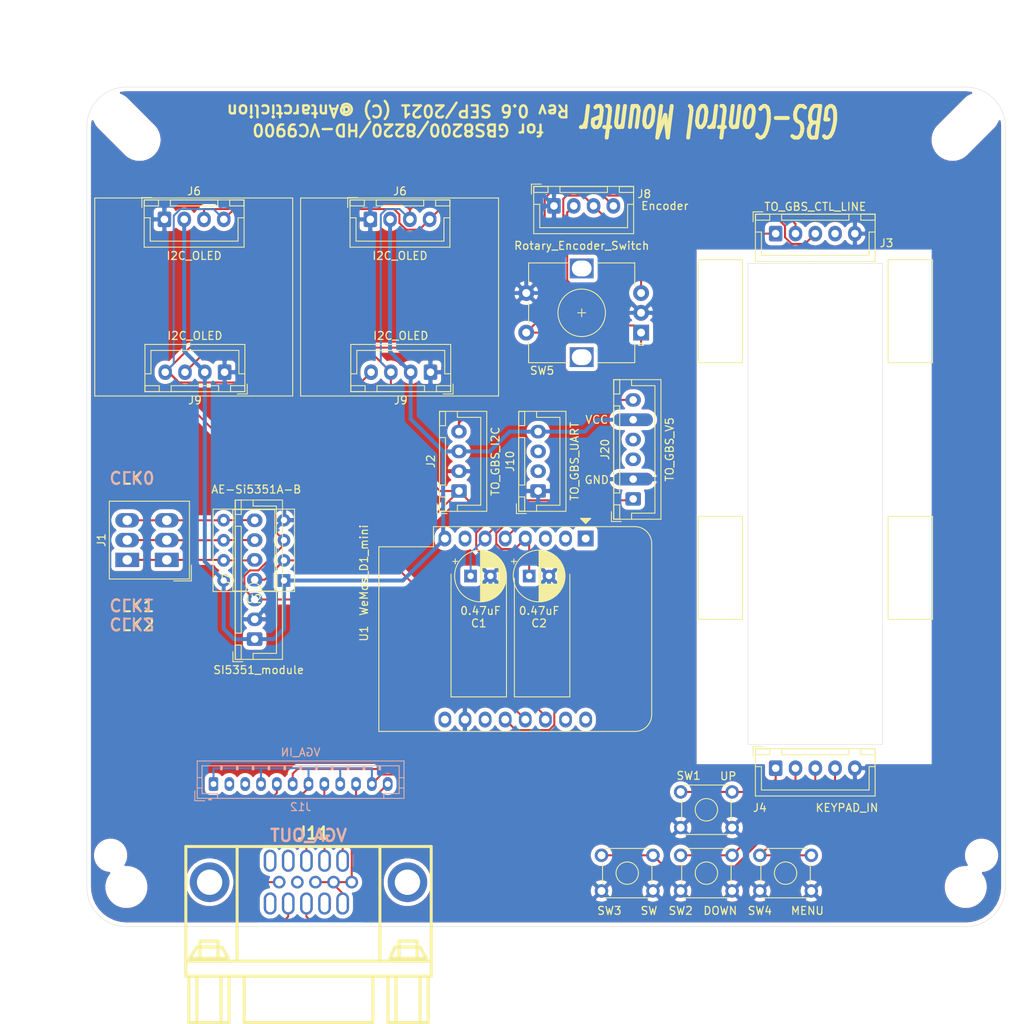
<source format=kicad_pcb>
(kicad_pcb (version 20171130) (host pcbnew "(5.1.6)-1")
  (layers (0 F.Cu signal) (31 B.Cu signal) (34 B.Paste user) (35 F.Paste user) (36 B.SilkS user) (37 F.SilkS user) (38 B.Mask user) (39 F.Mask user) (44 Edge.Cuts user))
  (net 0 "")
  (net 1 GND)
  (net 2 +3V3)
  (net 3 SCL)
  (net 4 SDA)
  (net 5 DEBUG)
  (net 6 CLK0)
  (net 7 CLK1)
  (net 8 CLK2)
  (net 9 ENC_SW)
  (net 10 ENC_A)
  (net 11 ENC_B)
  (net 12 "Net-(J3-Pad4)")
  (net 13 "Net-(J10-Pad3)")
  (net 14 "Net-(J10-Pad2)")
  (net 15 "Net-(U1-Pad16)")
  (net 16 "Net-(U1-Pad15)")
  (net 17 "Net-(U1-Pad11)")
  (net 18 "Net-(U1-Pad9)")
  (net 19 "Net-(U1-Pad7)")
  (net 20 "Net-(U1-Pad3)")
  (net 21 "Net-(U1-Pad1)")
  (net 22 "Net-(U1-Pad2)")
  (net 23 RIGHT)
  (net 24 LEFT)
  (net 25 DOWN)
  (net 26 UP)
  (net 27 VGA_B)
  (net 28 VGA_G)
  (net 29 VGA_R)
  (net 30 "Net-(J11-Pad4)")
  (net 31 "Net-(J11-Pad5)")
  (net 32 "Net-(J11-Pad9)")
  (net 33 VGA_GND)
  (net 34 "Net-(J11-Pad12)")
  (net 35 VGA_H)
  (net 36 VGA_V)
  (net 37 "Net-(J11-Pad15)")
  (net 38 "Net-(J12-Pad3)")
  (net 39 "Net-(J12-Pad2)")
  (module TerminalBlock_Phoenix:TerminalBlock_Phoenix_PTSM-0,5-3-2.5-H-THR_1x03_P2.50mm_Horizontal (layer F.Cu) (at 37.1 63.7 90)
    (fp_text reference J1 (at 2.5 -8.26 90) (layer F.SilkS))
    (fp_text value CLK_PAD)
    (pad 3 thru_hole oval (at 5 -5 90) (size 1.8 3) (drill 1.2) (layers *.Cu *.Mask) (net 6 CLK0))
    (pad 3 thru_hole oval (at 5 0 90) (size 1.8 3) (drill 1.2) (layers *.Cu *.Mask) (net 6 CLK0))
    (pad 2 thru_hole oval (at 2.5 -5 90) (size 1.8 3) (drill 1.2) (layers *.Cu *.Mask) (net 7 CLK1))
    (pad 2 thru_hole oval (at 2.5 0 90) (size 1.8 3) (drill 1.2) (layers *.Cu *.Mask) (net 7 CLK1))
    (pad 1 thru_hole rect (at 0 -5 90) (size 1.8 3) (drill 1.2) (layers *.Cu *.Mask) (net 8 CLK2))
    (pad 1 thru_hole rect (at 0 0 90) (size 1.8 3) (drill 1.2) (layers *.Cu *.Mask) (net 8 CLK2))
  )
  (module Connector_JST:JST_PH_B12B-PH-K_1x12_P2.00mm_Vertical (layer B.Cu) (at 43 92)
    (fp_text reference J12 (at 11 2.9) (layer B.SilkS) (effects (justify mirror)))
    (fp_text value VGA_IN (at 11 -4) (layer B.SilkS) (effects (justify mirror)))
    (pad 12 thru_hole oval (at 22 0) (size 1.2 1.75) (drill 0.75) (layers *.Cu *.Mask) (net 29 VGA_R))
    (pad 11 thru_hole oval (at 20 0) (size 1.2 1.75) (drill 0.75) (layers *.Cu *.Mask) (net 33 VGA_GND))
    (pad 10 thru_hole oval (at 18 0) (size 1.2 1.75) (drill 0.75) (layers *.Cu *.Mask) (net 28 VGA_G))
    (pad 9 thru_hole oval (at 16 0) (size 1.2 1.75) (drill 0.75) (layers *.Cu *.Mask) (net 33 VGA_GND))
    (pad 8 thru_hole oval (at 14 0) (size 1.2 1.75) (drill 0.75) (layers *.Cu *.Mask) (net 27 VGA_B))
    (pad 7 thru_hole oval (at 12 0) (size 1.2 1.75) (drill 0.75) (layers *.Cu *.Mask) (net 33 VGA_GND))
    (pad 6 thru_hole oval (at 10 0) (size 1.2 1.75) (drill 0.75) (layers *.Cu *.Mask) (net 35 VGA_H))
    (pad 5 thru_hole oval (at 8 0) (size 1.2 1.75) (drill 0.75) (layers *.Cu *.Mask) (net 36 VGA_V))
    (pad 4 thru_hole oval (at 6 0) (size 1.2 1.75) (drill 0.75) (layers *.Cu *.Mask) (net 33 VGA_GND))
    (pad 3 thru_hole oval (at 4 0) (size 1.2 1.75) (drill 0.75) (layers *.Cu *.Mask) (net 38 "Net-(J12-Pad3)"))
    (pad 2 thru_hole oval (at 2 0) (size 1.2 1.75) (drill 0.75) (layers *.Cu *.Mask) (net 39 "Net-(J12-Pad2)"))
    (pad 1 thru_hole roundrect (at 0 0) (size 1.2 1.75) (drill 0.75) (layers *.Cu *.Mask) (roundrect_rratio 0.208333) (net 33 VGA_GND))
  )
  (module ryuk_lib:DB_15F-VGA_L (layer F.Cu) (at 55 115)
    (fp_text reference J11 (at 0.6 -16.8) (layer F.SilkS) (effects (font (size 1.524 1.524) (thickness 0.3048))))
    (fp_text value VGA_OUT (at 0 -16.51) (layer B.SilkS) (effects (font (size 1.524 1.524) (thickness 0.3048)) (justify mirror)))
    (pad "" thru_hole circle (at 12.49426 -10.6) (size 5.00126 5.00126) (drill 3.2004) (layers *.Cu *.Mask))
    (pad 3 thru_hole oval (at -0.2667 -13.312) (size 1.6 2.8) (drill oval 1 2.2) (layers *.Cu *.Mask) (net 27 VGA_B))
    (pad 2 thru_hole oval (at 2.0193 -13.312) (size 1.6 2.8) (drill oval 1 2.2) (layers *.Cu *.Mask) (net 28 VGA_G))
    (pad 1 thru_hole oval (at 4.31038 -13.312) (size 1.6 2.8) (drill oval 1 2.2) (layers *.Cu *.Mask) (net 29 VGA_R))
    (pad 4 thru_hole oval (at -2.56032 -13.312) (size 1.6 2.8) (drill oval 1 2.2) (layers *.Cu *.Mask) (net 30 "Net-(J11-Pad4)"))
    (pad 5 thru_hole oval (at -4.84886 -13.312) (size 1.6 2.8) (drill oval 1 2.2) (layers *.Cu *.Mask) (net 31 "Net-(J11-Pad5)"))
    (pad 9 thru_hole circle (at -1.41478 -10.612) (size 1.6 1.6) (drill 1) (layers *.Cu *.Mask) (net 32 "Net-(J11-Pad9)"))
    (pad 8 thru_hole circle (at 0.87376 -10.612) (size 1.6 1.6) (drill 1) (layers *.Cu *.Mask) (net 33 VGA_GND))
    (pad 7 thru_hole circle (at 3.16484 -10.612) (size 1.6 1.6) (drill 1) (layers *.Cu *.Mask) (net 33 VGA_GND))
    (pad 6 thru_hole circle (at 5.45592 -10.612) (size 1.6 1.6) (drill 1) (layers *.Cu *.Mask) (net 33 VGA_GND))
    (pad "" thru_hole circle (at -12.49426 -10.6) (size 5.00126 5.00126) (drill 3.2004) (layers *.Cu *.Mask))
    (pad 10 thru_hole circle (at -3.70586 -10.612) (size 1.6 1.6) (drill 1) (layers *.Cu *.Mask) (net 33 VGA_GND))
    (pad 11 thru_hole oval (at 4.31038 -7.912) (size 1.6 2.8) (drill oval 1 2.2) (layers *.Cu *.Mask) (net 33 VGA_GND))
    (pad 12 thru_hole oval (at 2.0193 -7.912) (size 1.6 2.8) (drill oval 1 2.2) (layers *.Cu *.Mask) (net 34 "Net-(J11-Pad12)"))
    (pad 13 thru_hole oval (at -0.26924 -7.912) (size 1.6 2.8) (drill oval 1 2.2) (layers *.Cu *.Mask) (net 35 VGA_H))
    (pad 14 thru_hole oval (at -2.56032 -7.912) (size 1.6 2.8) (drill oval 1 2.2) (layers *.Cu *.Mask) (net 36 VGA_V))
    (pad 15 thru_hole oval (at -4.84886 -7.912) (size 1.6 2.8) (drill oval 1 2.2) (layers *.Cu *.Mask) (net 37 "Net-(J11-Pad15)"))
  )
  (module Button_Switch_THT:SW_TH_Tactile_Omron_B3F-10xx (layer F.Cu) (at 112 101)
    (fp_text reference SW4 (at 0 7) (layer F.SilkS))
    (fp_text value MENU (at 6 7) (layer F.SilkS))
    (pad 1 thru_hole circle (at 0 0) (size 1.7 1.7) (drill 1) (layers *.Cu *.Mask) (net 23 RIGHT))
    (pad 2 thru_hole circle (at 6.5 0) (size 1.7 1.7) (drill 1) (layers *.Cu *.Mask) (net 23 RIGHT))
    (pad 3 thru_hole circle (at 0 4.5) (size 1.7 1.7) (drill 1) (layers *.Cu *.Mask) (net 1 GND))
    (pad 4 thru_hole circle (at 6.5 4.5) (size 1.7 1.7) (drill 1) (layers *.Cu *.Mask) (net 1 GND))
  )
  (module Button_Switch_THT:SW_TH_Tactile_Omron_B3F-10xx (layer F.Cu) (at 92 101)
    (fp_text reference SW3 (at 1 7) (layer F.SilkS))
    (fp_text value SW (at 6 7) (layer F.SilkS))
    (pad 1 thru_hole circle (at 0 0) (size 1.7 1.7) (drill 1) (layers *.Cu *.Mask) (net 24 LEFT))
    (pad 2 thru_hole circle (at 6.5 0) (size 1.7 1.7) (drill 1) (layers *.Cu *.Mask) (net 24 LEFT))
    (pad 3 thru_hole circle (at 0 4.5) (size 1.7 1.7) (drill 1) (layers *.Cu *.Mask) (net 1 GND))
    (pad 4 thru_hole circle (at 6.5 4.5) (size 1.7 1.7) (drill 1) (layers *.Cu *.Mask) (net 1 GND))
  )
  (module Button_Switch_THT:SW_TH_Tactile_Omron_B3F-10xx (layer F.Cu) (at 102 101)
    (fp_text reference SW2 (at 0 7) (layer F.SilkS))
    (fp_text value DOWN (at 5 7) (layer F.SilkS))
    (pad 1 thru_hole circle (at 0 0) (size 1.7 1.7) (drill 1) (layers *.Cu *.Mask) (net 25 DOWN))
    (pad 2 thru_hole circle (at 6.5 0) (size 1.7 1.7) (drill 1) (layers *.Cu *.Mask) (net 25 DOWN))
    (pad 3 thru_hole circle (at 0 4.5) (size 1.7 1.7) (drill 1) (layers *.Cu *.Mask) (net 1 GND))
    (pad 4 thru_hole circle (at 6.5 4.5) (size 1.7 1.7) (drill 1) (layers *.Cu *.Mask) (net 1 GND))
  )
  (module Button_Switch_THT:SW_TH_Tactile_Omron_B3F-10xx (layer F.Cu) (at 102 93)
    (fp_text reference SW1 (at 1 -2.05) (layer F.SilkS))
    (fp_text value UP (at 6 -2) (layer F.SilkS))
    (pad 1 thru_hole circle (at 0 0) (size 1.7 1.7) (drill 1) (layers *.Cu *.Mask) (net 26 UP))
    (pad 2 thru_hole circle (at 6.5 0) (size 1.7 1.7) (drill 1) (layers *.Cu *.Mask) (net 26 UP))
    (pad 3 thru_hole circle (at 0 4.5) (size 1.7 1.7) (drill 1) (layers *.Cu *.Mask) (net 1 GND))
    (pad 4 thru_hole circle (at 6.5 4.5) (size 1.7 1.7) (drill 1) (layers *.Cu *.Mask) (net 1 GND))
  )
  (module Connector_JST:JST_XH_B5B-XH-A_1x05_P2.50mm_Vertical (layer F.Cu) (at 114 90)
    (fp_text reference J4 (at -2 5) (layer F.SilkS))
    (fp_text value KEYPAD_IN (at 9 5) (layer F.SilkS))
    (pad 5 thru_hole oval (at 10 0) (size 1.7 1.95) (drill 0.95) (layers *.Cu *.Mask) (net 1 GND))
    (pad 4 thru_hole oval (at 7.5 0) (size 1.7 1.95) (drill 0.95) (layers *.Cu *.Mask) (net 23 RIGHT))
    (pad 3 thru_hole oval (at 5 0) (size 1.7 1.95) (drill 0.95) (layers *.Cu *.Mask) (net 24 LEFT))
    (pad 2 thru_hole oval (at 2.5 0) (size 1.7 1.95) (drill 0.95) (layers *.Cu *.Mask) (net 25 DOWN))
    (pad 1 thru_hole roundrect (at 0 0) (size 1.7 1.95) (drill 0.95) (layers *.Cu *.Mask) (roundrect_rratio 0.147059) (net 26 UP))
  )
  (module Connector_JST:JST_XH_B6B-XH-A_1x06_P2.50mm_Vertical (layer F.Cu) (at 96 56 90)
    (fp_text reference J20 (at 6.25 -3.55 90) (layer F.SilkS))
    (fp_text value TO_GBS_V5 (at 6.25 4.6 90) (layer F.SilkS))
    (pad 6 thru_hole oval (at 12.5 0 90) (size 1.7 1.95) (drill 0.95) (layers *.Cu *.Mask) (net 4 SDA))
    (pad 5 thru_hole oval (at 10 0 90) (size 1.6 5) (drill 0.95) (layers *.Cu *.Mask) (net 2 +3V3))
    (pad 4 thru_hole oval (at 7.5 0 90) (size 1.7 1.95) (drill 0.95) (layers *.Cu *.Mask))
    (pad 3 thru_hole oval (at 5 0 90) (size 1.7 1.95) (drill 0.95) (layers *.Cu *.Mask))
    (pad 2 thru_hole oval (at 2.5 0 90) (size 1.6 5) (drill 0.95) (layers *.Cu *.Mask) (net 1 GND))
    (pad 1 thru_hole roundrect (at 0 0 90) (size 1.7 1.95) (drill 0.95) (layers *.Cu *.Mask Eco2.User) (roundrect_rratio 0.147) (net 3 SCL))
  )
  (module Connector_JST:JST_XH_B4B-XH-A_1x04_P2.50mm_Vertical (layer F.Cu) (at 70.4 40 180)
    (fp_text reference J9 (at 3.75 -3.55) (layer F.SilkS))
    (fp_text value I2C_OLED (at 3.75 4.6) (layer F.SilkS))
    (pad 1 thru_hole roundrect (at 0 0 180) (size 1.7 1.95) (drill 0.95) (layers *.Cu *.Mask) (roundrect_rratio 0.147059) (net 1 GND))
    (pad 2 thru_hole oval (at 2.5 0 180) (size 1.7 1.95) (drill 0.95) (layers *.Cu *.Mask) (net 2 +3V3))
    (pad 3 thru_hole oval (at 5 0 180) (size 1.7 1.95) (drill 0.95) (layers *.Cu *.Mask) (net 3 SCL))
    (pad 4 thru_hole oval (at 7.5 0 180) (size 1.7 1.95) (drill 0.95) (layers *.Cu *.Mask) (net 4 SDA))
  )
  (module Connector_JST:JST_XH_B4B-XH-A_1x04_P2.50mm_Vertical (layer F.Cu) (at 62.8 20.7)
    (fp_text reference J6 (at 3.75 -3.55) (layer F.SilkS))
    (fp_text value I2C_OLED (at 3.75 4.6) (layer F.SilkS))
    (pad 1 thru_hole roundrect (at 0 0) (size 1.7 1.95) (drill 0.95) (layers *.Cu *.Mask) (roundrect_rratio 0.147059) (net 1 GND))
    (pad 2 thru_hole oval (at 2.5 0) (size 1.7 1.95) (drill 0.95) (layers *.Cu *.Mask) (net 2 +3V3))
    (pad 3 thru_hole oval (at 5 0) (size 1.7 1.95) (drill 0.95) (layers *.Cu *.Mask) (net 3 SCL))
    (pad 4 thru_hole oval (at 7.5 0) (size 1.7 1.95) (drill 0.95) (layers *.Cu *.Mask) (net 4 SDA))
  )
  (module Connector_JST:JST_XH_B4B-XH-A_1x04_P2.50mm_Vertical (layer F.Cu) (at 84 55 90)
    (fp_text reference J10 (at 3.75 -3.55 90) (layer F.SilkS))
    (fp_text value TO_GBS_UART (at 3.75 4.6 270) (layer F.SilkS))
    (pad 4 thru_hole oval (at 7.5 0 90) (size 1.7 1.95) (drill 0.95) (layers *.Cu *.Mask) (net 2 +3V3))
    (pad 3 thru_hole oval (at 5 0 90) (size 1.7 1.95) (drill 0.95) (layers *.Cu *.Mask) (net 13 "Net-(J10-Pad3)"))
    (pad 2 thru_hole oval (at 2.5 0 90) (size 1.7 1.95) (drill 0.95) (layers *.Cu *.Mask) (net 14 "Net-(J10-Pad2)"))
    (pad 1 thru_hole roundrect (at 0 0 90) (size 1.7 1.95) (drill 0.95) (layers *.Cu *.Mask) (roundrect_rratio 0.147059) (net 1 GND))
  )
  (module MountingHole:MountingHole_4.3mm_M4 (layer F.Cu) (at 131 80.75)
    (fp_text reference H16 hide)
    (fp_text value MountingHole)
    (pad "" np_thru_hole oval (at 0 0) (size 4.3 12) (drill oval 4.3 12) (layers *.Cu *.Mask))
  )
  (module MountingHole:MountingHole_4.3mm_M4 (layer F.Cu) (at 131 48.3)
    (fp_text reference H15 hide)
    (fp_text value MountingHole)
    (pad "" np_thru_hole oval (at 0 0) (size 4.3 12) (drill oval 4.3 12) (layers *.Cu *.Mask))
  )
  (module MountingHole:MountingHole_4.3mm_M4 (layer F.Cu) (at 107 80.75)
    (fp_text reference H14 hide)
    (fp_text value MountingHole)
    (pad "" np_thru_hole oval (at 0 0) (size 4.3 12) (drill oval 4.3 12) (layers *.Cu *.Mask))
  )
  (module MountingHole:MountingHole_4.3mm_M4 (layer F.Cu) (at 107 48.3)
    (fp_text reference H13 hide)
    (fp_text value MountingHole)
    (pad "" np_thru_hole oval (at 0 0) (size 4.3 12) (drill oval 4.3 12) (layers *.Cu *.Mask))
  )
  (module MountingHole:MountingHole_4.3mm_M4 (layer F.Cu) (at 32 9)
    (fp_text reference H12 hide)
    (fp_text value MountingHole)
    (pad "" np_thru_hole oval (at 0 0 45) (size 4.3 9) (drill oval 4.3 9) (layers *.Cu *.Mask))
  )
  (module MountingHole:MountingHole_4.3mm_M4 (layer F.Cu) (at 138 105)
    (fp_text reference H11 hide)
    (fp_text value MountingHole)
    (pad 1 np_thru_hole circle (at 0 0) (size 4.3 4.3) (drill 4.3) (layers *.Cu *.Mask))
  )
  (module MountingHole:MountingHole_4.3mm_M4 (layer F.Cu) (at 138 9)
    (fp_text reference H10 hide)
    (fp_text value MountingHole)
    (pad "" np_thru_hole oval (at 0 0 135) (size 4.3 9) (drill oval 4.3 9) (layers *.Cu *.Mask))
  )
  (module MountingHole:MountingHole_4.3mm_M4 (layer F.Cu) (at 32 105)
    (fp_text reference H9 hide)
    (fp_text value MountingHole)
    (pad 1 np_thru_hole circle (at 0 0) (size 4.3 4.3) (drill 4.3) (layers *.Cu *.Mask))
  )
  (module Connector_JST:JST_XH_B4B-XH-A_1x04_P2.50mm_Vertical (layer F.Cu) (at 44.4 40 180)
    (fp_text reference J9 (at 3.75 -3.55) (layer F.SilkS))
    (fp_text value I2C_OLED (at 3.75 4.6) (layer F.SilkS))
    (pad 4 thru_hole oval (at 7.5 0 180) (size 1.7 1.95) (drill 0.95) (layers *.Cu *.Mask) (net 4 SDA))
    (pad 3 thru_hole oval (at 5 0 180) (size 1.7 1.95) (drill 0.95) (layers *.Cu *.Mask) (net 3 SCL))
    (pad 2 thru_hole oval (at 2.5 0 180) (size 1.7 1.95) (drill 0.95) (layers *.Cu *.Mask) (net 2 +3V3))
    (pad 1 thru_hole roundrect (at 0 0 180) (size 1.7 1.95) (drill 0.95) (layers *.Cu *.Mask) (roundrect_rratio 0.147059) (net 1 GND))
  )
  (module Connector_JST:JST_XH_B4B-XH-A_1x04_P2.50mm_Vertical (layer F.Cu) (at 86 19)
    (fp_text reference J8 (at 11.4 -1.5) (layer F.SilkS))
    (fp_text value Encoder (at 14 0) (layer F.SilkS))
    (pad 4 thru_hole oval (at 7.5 0) (size 1.7 1.95) (drill 0.95) (layers *.Cu *.Mask) (net 9 ENC_SW))
    (pad 3 thru_hole oval (at 5 0) (size 1.7 1.95) (drill 0.95) (layers *.Cu *.Mask) (net 11 ENC_B))
    (pad 2 thru_hole oval (at 2.5 0) (size 1.7 1.95) (drill 0.95) (layers *.Cu *.Mask) (net 10 ENC_A))
    (pad 1 thru_hole roundrect (at 0 0) (size 1.7 1.95) (drill 0.95) (layers *.Cu *.Mask) (roundrect_rratio 0.147059) (net 1 GND))
  )
  (module Capacitor_THT:CP_Radial_D6.3mm_P2.50mm (layer F.Cu) (at 82.87 65.73)
    (fp_text reference C2 (at 1.25 5.97) (layer F.SilkS))
    (fp_text value 0.47uF (at 1.25 4.4) (layer F.SilkS))
    (pad 2 thru_hole circle (at 2.5 0) (size 1.6 1.6) (drill 0.8) (layers *.Cu *.Mask) (net 1 GND))
    (pad 1 thru_hole rect (at 0 0) (size 1.6 1.6) (drill 0.8) (layers *.Cu *.Mask) (net 10 ENC_A))
  )
  (module Capacitor_THT:CP_Radial_D6.3mm_P2.50mm (layer F.Cu) (at 75.47 65.73)
    (fp_text reference C1 (at 1.03 5.97) (layer F.SilkS))
    (fp_text value 0.47uF (at 1.25 4.4) (layer F.SilkS))
    (pad 2 thru_hole circle (at 2.5 0) (size 1.6 1.6) (drill 0.8) (layers *.Cu *.Mask) (net 1 GND))
    (pad 1 thru_hole rect (at 0 0) (size 1.6 1.6) (drill 0.8) (layers *.Cu *.Mask) (net 11 ENC_B))
  )
  (module Rotary_Encoder:RotaryEncoder_Alps_EC12E-Switch_Vertical_H20mm (layer F.Cu) (at 97 35 180)
    (fp_text reference SW5 (at 12.5 -4.8) (layer F.SilkS))
    (fp_text value Rotary_Encoder_Switch (at 7.5 10.97) (layer F.SilkS))
    (pad A thru_hole rect (at 0 0 180) (size 2 2) (drill 1) (layers *.Cu *.Mask) (net 10 ENC_A))
    (pad C thru_hole circle (at 0 2.5 180) (size 2 2) (drill 1) (layers *.Cu *.Mask) (net 1 GND))
    (pad B thru_hole circle (at 0 5 180) (size 2 2) (drill 1) (layers *.Cu *.Mask) (net 11 ENC_B))
    (pad MP thru_hole rect (at 7.5 -3.1 180) (size 3 2.5) (drill oval 2.5 2) (layers *.Cu *.Mask))
    (pad MP thru_hole rect (at 7.5 8.1 180) (size 3 2.5) (drill oval 2.5 2) (layers *.Cu *.Mask))
    (pad S1 thru_hole circle (at 14.5 0 180) (size 2 2) (drill 1) (layers *.Cu *.Mask) (net 9 ENC_SW))
    (pad S2 thru_hole circle (at 14.5 5 180) (size 2 2) (drill 1) (layers *.Cu *.Mask) (net 1 GND))
  )
  (module Connector_JST:JST_XH_B7B-XH-A_1x07_P2.50mm_Vertical (layer F.Cu) (at 48.2 73.7 90)
    (fp_text reference J7 (at 7.5 -3.55 90) (layer F.SilkS))
    (fp_text value SI5351_module (at -3.9 0.5 180) (layer F.SilkS))
    (pad 7 thru_hole oval (at 15 0 90) (size 1.7 1.95) (drill 0.95) (layers *.Cu *.Mask) (net 6 CLK0))
    (pad 6 thru_hole oval (at 12.5 0 90) (size 1.7 1.95) (drill 0.95) (layers *.Cu *.Mask) (net 7 CLK1))
    (pad 5 thru_hole oval (at 10 0 90) (size 1.7 1.95) (drill 0.95) (layers *.Cu *.Mask) (net 8 CLK2))
    (pad 4 thru_hole oval (at 7.5 0 90) (size 1.7 1.95) (drill 0.95) (layers *.Cu *.Mask) (net 3 SCL))
    (pad 3 thru_hole oval (at 5 0 90) (size 1.7 1.95) (drill 0.95) (layers *.Cu *.Mask) (net 4 SDA))
    (pad 2 thru_hole oval (at 2.5 0 90) (size 1.7 1.95) (drill 0.95) (layers *.Cu *.Mask) (net 1 GND))
    (pad 1 thru_hole roundrect (at 0 0 90) (size 1.7 1.95) (drill 0.95) (layers *.Cu *.Mask) (roundrect_rratio 0.147059) (net 2 +3V3))
  )
  (module Connector_JST:JST_XH_B4B-XH-A_1x04_P2.50mm_Vertical (layer F.Cu) (at 36.8 20.7)
    (fp_text reference J6 (at 3.75 -3.55) (layer F.SilkS))
    (fp_text value I2C_OLED (at 3.75 4.6) (layer F.SilkS))
    (pad 4 thru_hole oval (at 7.5 0) (size 1.7 1.95) (drill 0.95) (layers *.Cu *.Mask) (net 4 SDA))
    (pad 3 thru_hole oval (at 5 0) (size 1.7 1.95) (drill 0.95) (layers *.Cu *.Mask) (net 3 SCL))
    (pad 2 thru_hole oval (at 2.5 0) (size 1.7 1.95) (drill 0.95) (layers *.Cu *.Mask) (net 2 +3V3))
    (pad 1 thru_hole roundrect (at 0 0) (size 1.7 1.95) (drill 0.95) (layers *.Cu *.Mask) (roundrect_rratio 0.147059) (net 1 GND))
  )
  (module Package_DIP:DIP-8_W7.62mm_Socket (layer F.Cu) (at 51.9 66.3 180)
    (fp_text reference U2 (at 3.81 -2.33) (layer F.SilkS))
    (fp_text value AE-Si5351A-B (at 3.5 11.5) (layer F.SilkS))
    (pad 8 thru_hole oval (at 7.62 0 180) (size 1.6 1.6) (drill 0.8) (layers *.Cu *.Mask) (net 2 +3V3))
    (pad 4 thru_hole oval (at 0 7.62 180) (size 1.6 1.6) (drill 0.8) (layers *.Cu *.Mask) (net 1 GND))
    (pad 7 thru_hole oval (at 7.62 2.54 180) (size 1.6 1.6) (drill 0.8) (layers *.Cu *.Mask) (net 8 CLK2))
    (pad 3 thru_hole oval (at 0 5.08 180) (size 1.6 1.6) (drill 0.8) (layers *.Cu *.Mask) (net 4 SDA))
    (pad 6 thru_hole oval (at 7.62 5.08 180) (size 1.6 1.6) (drill 0.8) (layers *.Cu *.Mask) (net 7 CLK1))
    (pad 2 thru_hole oval (at 0 2.54 180) (size 1.6 1.6) (drill 0.8) (layers *.Cu *.Mask) (net 3 SCL))
    (pad 5 thru_hole oval (at 7.62 7.62 180) (size 1.6 1.6) (drill 0.8) (layers *.Cu *.Mask) (net 6 CLK0))
    (pad 1 thru_hole rect (at 0 0 180) (size 1.6 1.6) (drill 0.8) (layers *.Cu *.Mask) (net 2 +3V3))
  )
  (module Module:WEMOS_D1_mini_light (layer F.Cu) (at 90 61 270)
    (fp_text reference U1 (at 12 28 90) (layer F.SilkS))
    (fp_text value WeMos_D1_mini (at 4 28 90) (layer F.SilkS))
    (pad 16 thru_hole oval (at 22.86 0 270) (size 2 1.6) (drill 1) (layers *.Cu *.Mask) (net 15 "Net-(U1-Pad16)"))
    (pad 15 thru_hole oval (at 22.86 2.54 270) (size 2 1.6) (drill 1) (layers *.Cu *.Mask) (net 16 "Net-(U1-Pad15)"))
    (pad 14 thru_hole oval (at 22.86 5.08 270) (size 2 1.6) (drill 1) (layers *.Cu *.Mask) (net 3 SCL))
    (pad 13 thru_hole oval (at 22.86 7.62 270) (size 2 1.6) (drill 1) (layers *.Cu *.Mask) (net 4 SDA))
    (pad 12 thru_hole oval (at 22.86 10.16 270) (size 2 1.6) (drill 1) (layers *.Cu *.Mask) (net 9 ENC_SW))
    (pad 11 thru_hole oval (at 22.86 12.7 270) (size 2 1.6) (drill 1) (layers *.Cu *.Mask) (net 17 "Net-(U1-Pad11)"))
    (pad 10 thru_hole oval (at 22.86 15.24 270) (size 2 1.6) (drill 1) (layers *.Cu *.Mask) (net 1 GND))
    (pad 9 thru_hole oval (at 22.86 17.78 270) (size 2 1.6) (drill 1) (layers *.Cu *.Mask) (net 18 "Net-(U1-Pad9)"))
    (pad 8 thru_hole oval (at 0 17.78 270) (size 2 1.6) (drill 1) (layers *.Cu *.Mask) (net 2 +3V3))
    (pad 7 thru_hole oval (at 0 15.24 270) (size 2 1.6) (drill 1) (layers *.Cu *.Mask) (net 19 "Net-(U1-Pad7)"))
    (pad 6 thru_hole oval (at 0 12.7 270) (size 2 1.6) (drill 1) (layers *.Cu *.Mask) (net 11 ENC_B))
    (pad 5 thru_hole oval (at 0 10.16 270) (size 2 1.6) (drill 1) (layers *.Cu *.Mask) (net 5 DEBUG))
    (pad 4 thru_hole oval (at 0 7.62 270) (size 2 1.6) (drill 1) (layers *.Cu *.Mask) (net 10 ENC_A))
    (pad 3 thru_hole oval (at 0 5.08 270) (size 2 1.6) (drill 1) (layers *.Cu *.Mask) (net 20 "Net-(U1-Pad3)"))
    (pad 1 thru_hole rect (at 0 0 270) (size 2 2) (drill 1) (layers *.Cu *.Mask) (net 21 "Net-(U1-Pad1)"))
    (pad 2 thru_hole oval (at 0 2.54 270) (size 2 1.6) (drill 1) (layers *.Cu *.Mask) (net 22 "Net-(U1-Pad2)"))
  )
  (module Connector_JST:JST_XH_B5B-XH-A_1x05_P2.50mm_Vertical (layer F.Cu) (at 114 22.5)
    (fp_text reference J3 (at 14 1.2) (layer F.SilkS))
    (fp_text value TO_GBS_CTL_LINE (at 5 -3.4) (layer F.SilkS))
    (pad 1 thru_hole roundrect (at 0 0) (size 1.7 1.95) (drill 0.95) (layers *.Cu *.Mask) (roundrect_rratio 0.147059) (net 5 DEBUG))
    (pad 2 thru_hole oval (at 2.5 0) (size 1.7 1.95) (drill 0.95) (layers *.Cu *.Mask) (net 3 SCL))
    (pad 3 thru_hole oval (at 5 0) (size 1.7 1.95) (drill 0.95) (layers *.Cu *.Mask) (net 4 SDA))
    (pad 4 thru_hole oval (at 7.5 0) (size 1.7 1.95) (drill 0.95) (layers *.Cu *.Mask) (net 12 "Net-(J3-Pad4)"))
    (pad 5 thru_hole oval (at 10 0) (size 1.7 1.95) (drill 0.95) (layers *.Cu *.Mask) (net 1 GND))
  )
  (module Connector_JST:JST_XH_B4B-XH-A_1x04_P2.50mm_Vertical (layer F.Cu) (at 74 55 90)
    (fp_text reference J2 (at 3.75 -3.55 90) (layer F.SilkS))
    (fp_text value TO_GBS_I2C (at 3.75 4.6 90) (layer F.SilkS))
    (pad 4 thru_hole oval (at 7.5 0 90) (size 1.7 1.95) (drill 0.95) (layers *.Cu *.Mask) (net 4 SDA))
    (pad 3 thru_hole oval (at 5 0 90) (size 1.7 1.95) (drill 0.95) (layers *.Cu *.Mask) (net 2 +3V3))
    (pad 2 thru_hole oval (at 2.5 0 90) (size 1.7 1.95) (drill 0.95) (layers *.Cu *.Mask) (net 1 GND))
    (pad 1 thru_hole roundrect (at 0 0 90) (size 1.7 1.95) (drill 0.95) (layers *.Cu *.Mask) (roundrect_rratio 0.147059) (net 3 SCL))
  )
  (module MountingHole:MountingHole_4.3mm_M4 (layer F.Cu) (at 131 64.75)
    (fp_text reference H4 hide)
    (fp_text value MountingHole hide)
    (pad "" np_thru_hole oval (at 0 0) (size 4.3 12) (drill oval 4.3 12) (layers *.Cu *.Mask))
  )
  (module MountingHole:MountingHole_4.3mm_M4 (layer F.Cu) (at 107 64.75)
    (fp_text reference H3 hide)
    (fp_text value MountingHole hide)
    (pad "" np_thru_hole oval (at 0 0) (size 4.3 12) (drill oval 4.3 12) (layers *.Cu *.Mask))
  )
  (module MountingHole:MountingHole_4.3mm_M4 (layer F.Cu) (at 131 32.3)
    (fp_text reference H2 hide)
    (fp_text value MountingHole hide)
    (pad "" np_thru_hole oval (at 0 0) (size 4.3 12) (drill oval 4.3 12) (layers *.Cu *.Mask))
  )
  (module MountingHole:MountingHole_4.3mm_M4 (layer F.Cu) (at 107 32.3)
    (fp_text reference H1 hide)
    (fp_text value MountingHole hide)
    (pad "" np_thru_hole oval (at 0 0) (size 4.3 12) (drill oval 4.3 12) (layers *.Cu *.Mask))
  )
  (module MountingHole:MountingHole_3.2mm_M3 (layer F.Cu) (at 30 101)
    (fp_text reference H8 hide)
    (fp_text value MountingHole hide)
    (pad 1 np_thru_hole circle (at 0 0) (size 3.2 3.2) (drill 3.2) (layers *.Cu *.Mask))
  )
  (module MountingHole:MountingHole_3.2mm_M3 (layer F.Cu) (at 140 101)
    (fp_text reference H7 hide)
    (fp_text value MountingHole hide)
    (pad 1 np_thru_hole circle (at 0 0) (size 3.2 3.2) (drill 3.2) (layers *.Cu *.Mask))
  )
  (gr_line (start 32 110) (end 138 110) (layer Edge.Cuts) (width 0.05))
  (gr_arc (start 138 105) (end 138 110) (angle -90) (layer Edge.Cuts) (width 0.05))
  (gr_arc (start 32 105) (end 27 105) (angle -90) (layer Edge.Cuts) (width 0.05))
  (gr_arc (start 138 9) (end 143 9) (angle -90) (layer Edge.Cuts) (width 0.05))
  (gr_arc (start 32 9) (end 32 4) (angle -90) (layer Edge.Cuts) (width 0.05))
  (gr_line (start 128.2 71.2) (end 128.2 58.2) (layer F.SilkS) (width 0.12))
  (gr_line (start 133.8 71.2) (end 128.2 71.2) (layer F.SilkS) (width 0.12))
  (gr_line (start 133.8 58.2) (end 133.8 71.2) (layer F.SilkS) (width 0.12))
  (gr_line (start 128.2 58.2) (end 133.8 58.2) (layer F.SilkS) (width 0.12))
  (gr_line (start 109.8 71.2) (end 104.2 71.2) (layer F.SilkS) (width 0.12))
  (gr_line (start 109.8 58.2) (end 109.8 71.2) (layer F.SilkS) (width 0.12))
  (gr_line (start 104.2 71.2) (end 104.2 58.2) (layer F.SilkS) (width 0.12))
  (gr_line (start 104.2 58.2) (end 109.8 58.2) (layer F.SilkS) (width 0.12))
  (gr_line (start 109.8 25.8) (end 109.8 38.8) (layer F.SilkS) (width 0.12))
  (gr_line (start 104.2 38.8) (end 104.2 25.8) (layer F.SilkS) (width 0.12))
  (gr_line (start 104.2 25.8) (end 109.8 25.8) (layer F.SilkS) (width 0.12))
  (gr_line (start 109.8 38.8) (end 104.2 38.8) (layer F.SilkS) (width 0.12))
  (gr_line (start 128.2 38.8) (end 128.2 25.8) (layer F.SilkS) (width 0.12))
  (gr_line (start 133.8 38.8) (end 128.2 38.8) (layer F.SilkS) (width 0.12))
  (gr_line (start 133.8 25.8) (end 133.8 38.8) (layer F.SilkS) (width 0.12))
  (gr_line (start 128.2 25.8) (end 133.8 25.8) (layer F.SilkS) (width 0.12))
  (gr_line (start 88 81) (end 88 65.5) (layer F.SilkS) (width 0.12))
  (gr_line (start 81 81) (end 88 81) (layer F.SilkS) (width 0.12))
  (gr_line (start 81 81) (end 81 66) (layer F.SilkS) (width 0.12))
  (gr_line (start 80 81) (end 79.99 65.73) (layer F.SilkS) (width 0.12))
  (gr_line (start 73 81) (end 80 81) (layer F.SilkS) (width 0.12))
  (gr_line (start 73 65.5) (end 73 81) (layer F.SilkS) (width 0.12))
  (gr_text VCC (at 91.4 46) (layer F.SilkS) (effects (font (size 1 1))))
  (gr_text "GND\n" (at 91.4 53.6) (layer F.SilkS) (effects (font (size 1 1))))
  (gr_line (start 79 18) (end 79 43) (layer F.SilkS) (width 0.12))
  (gr_line (start 79 43) (end 54 43) (layer F.SilkS) (width 0.12))
  (gr_line (start 54 18) (end 79 18) (layer F.SilkS) (width 0.12))
  (gr_line (start 54 43) (end 54 18) (layer F.SilkS) (width 0.12))
  (gr_line (start 143 64) (end 143 38) (layer Edge.Cuts) (width 0.05))
  (gr_line (start 127.5 26.25) (end 127.5 87) (layer Edge.Cuts) (width 0.05))
  (gr_line (start 28 43) (end 28 18) (layer F.SilkS) (width 0.12))
  (gr_line (start 53 43) (end 28 43) (layer F.SilkS) (width 0.12))
  (gr_line (start 53 18) (end 53 43) (layer F.SilkS) (width 0.12))
  (gr_line (start 28 18) (end 53 18) (layer F.SilkS) (width 0.12))
  (gr_text CLK0 (at 32.7 53.3 180) (layer B.SilkS) (effects (font (size 1.5 1.5) (thickness 0.25)) (justify mirror)))
  (gr_text CLK2 (at 32.7 71.8 180) (layer B.SilkS) (effects (font (size 1.5 1.5) (thickness 0.25)) (justify mirror)))
  (gr_text CLK1 (at 32.7 69.4 180) (layer B.SilkS) (effects (font (size 1.5 1.5) (thickness 0.25)) (justify mirror)))
  (gr_text CLK2 (at 32.7 71.9) (layer F.SilkS) (effects (font (size 1.5 1.5) (thickness 0.25))))
  (gr_text CLK1 (at 32.7 69.5) (layer F.SilkS) (effects (font (size 1.5 1.5) (thickness 0.25))))
  (gr_text CLK0 (at 32.7 53.4) (layer F.SilkS) (effects (font (size 1.5 1.5) (thickness 0.25))))
  (gr_line (start 27 65) (end 27 105) (layer Edge.Cuts) (width 0.05))
  (gr_line (start 32 4) (end 138 4) (layer Edge.Cuts) (width 0.05))
  (gr_text "for GBS8200/8220/HD-VC9900\nRev 0.6 SEP/2021 (C) @Antarcticlion" (at 66.3 8.2 180) (layer F.SilkS) (effects (font (size 1.5 1.5) (thickness 0.3))))
  (gr_line (start 143 38) (end 143 9) (layer Edge.Cuts) (width 0.05))
  (gr_line (start 110.5 87) (end 110.5 26.25) (layer Edge.Cuts) (width 0.05))
  (gr_line (start 127.5 87) (end 110.5 87) (layer Edge.Cuts) (width 0.05))
  (gr_line (start 110.5 26.25) (end 127.5 26.25) (layer Edge.Cuts) (width 0.05))
  (gr_line (start 143 64) (end 143 105) (layer Edge.Cuts) (width 0.05))
  (gr_text "GBS-Control Mounter" (at 105.8 8.2 180) (layer F.SilkS) (effects (font (size 4 2) (thickness 0.5) italic)))
  (gr_line (start 27 9) (end 27 65) (layer Edge.Cuts) (width 0.05))
  (segment (start 96 53.5) (end 91.4 53.5) (width 0.5) (layer B.Cu) (net 1))
  (segment (start 89.9 55) (end 84 55) (width 0.5) (layer B.Cu) (net 1))
  (segment (start 91.4 53.5) (end 89.9 55) (width 0.5) (layer B.Cu) (net 1))
  (segment (start 74 52.5) (end 77.2 52.5) (width 0.5) (layer B.Cu) (net 1))
  (segment (start 79.7 55) (end 84 55) (width 0.5) (layer B.Cu) (net 1))
  (segment (start 77.2 52.5) (end 79.7 55) (width 0.5) (layer B.Cu) (net 1))
  (segment (start 36.8 20.7) (end 36.8 19.2) (width 0.5) (layer B.Cu) (net 1))
  (segment (start 36.8 19.2) (end 37.8 18.2) (width 0.5) (layer B.Cu) (net 1))
  (segment (start 62.8 19.2) (end 62.8 20.7) (width 0.5) (layer B.Cu) (net 1))
  (segment (start 61.8 18.2) (end 62.8 19.2) (width 0.5) (layer B.Cu) (net 1))
  (segment (start 62.8 19.2) (end 64.8 17.2) (width 0.5) (layer B.Cu) (net 1))
  (segment (start 84.2 17.2) (end 86 19) (width 0.5) (layer B.Cu) (net 1))
  (segment (start 64.8 17.2) (end 84.2 17.2) (width 0.5) (layer B.Cu) (net 1))
  (segment (start 86 19) (end 85 19) (width 0.5) (layer B.Cu) (net 1))
  (segment (start 82.5 21.5) (end 82.5 30) (width 0.5) (layer B.Cu) (net 1))
  (segment (start 85 19) (end 82.5 21.5) (width 0.5) (layer B.Cu) (net 1))
  (segment (start 82.5 30) (end 92.6 30) (width 0.5) (layer B.Cu) (net 1))
  (segment (start 95.1 32.5) (end 97 32.5) (width 0.5) (layer B.Cu) (net 1))
  (segment (start 92.6 30) (end 95.1 32.5) (width 0.5) (layer B.Cu) (net 1))
  (segment (start 124 22.5) (end 124 20.8) (width 0.5) (layer B.Cu) (net 1))
  (segment (start 124 20.8) (end 122.6 19.4) (width 0.5) (layer B.Cu) (net 1))
  (segment (start 122.6 19.4) (end 106.2 19.4) (width 0.5) (layer B.Cu) (net 1))
  (segment (start 106.2 19.4) (end 100 25.6) (width 0.5) (layer B.Cu) (net 1))
  (segment (start 100 25.6) (end 100 31.5) (width 0.5) (layer B.Cu) (net 1))
  (segment (start 100 31.5) (end 99 32.5) (width 0.5) (layer B.Cu) (net 1))
  (segment (start 99 32.5) (end 97 32.5) (width 0.5) (layer B.Cu) (net 1))
  (segment (start 98.414213 32.5) (end 100.7 34.785787) (width 0.5) (layer B.Cu) (net 1))
  (segment (start 97 32.5) (end 98.414213 32.5) (width 0.5) (layer B.Cu) (net 1))
  (segment (start 100.7 34.785787) (end 100.7 51.8) (width 0.5) (layer B.Cu) (net 1))
  (segment (start 99 53.5) (end 96 53.5) (width 0.5) (layer B.Cu) (net 1))
  (segment (start 100.7 51.8) (end 99 53.5) (width 0.5) (layer B.Cu) (net 1))
  (segment (start 100.8 55.3) (end 100.8 89.1) (width 0.5) (layer B.Cu) (net 1))
  (segment (start 100.8 89.1) (end 99.5 90.4) (width 0.5) (layer B.Cu) (net 1))
  (segment (start 99 53.5) (end 100.8 55.3) (width 0.5) (layer B.Cu) (net 1))
  (segment (start 99.5 90.4) (end 77.5 90.4) (width 0.5) (layer B.Cu) (net 1))
  (segment (start 74.76 87.66) (end 74.76 83.86) (width 0.5) (layer B.Cu) (net 1))
  (segment (start 77.5 90.4) (end 74.76 87.66) (width 0.5) (layer B.Cu) (net 1))
  (segment (start 74.76 83.86) (end 74.76 70.94) (width 0.5) (layer B.Cu) (net 1))
  (segment (start 77.97 67.73) (end 77.97 65.73) (width 0.5) (layer B.Cu) (net 1))
  (segment (start 74.76 70.94) (end 77.97 67.73) (width 0.5) (layer B.Cu) (net 1))
  (segment (start 77.97 67.73) (end 85.17 67.73) (width 0.5) (layer B.Cu) (net 1))
  (segment (start 85.37 67.53) (end 85.37 65.73) (width 0.5) (layer B.Cu) (net 1))
  (segment (start 85.17 67.73) (end 85.37 67.53) (width 0.5) (layer B.Cu) (net 1))
  (segment (start 48.2 71.2) (end 67.1 71.2) (width 0.5) (layer F.Cu) (net 1))
  (segment (start 74.76 78.86) (end 74.76 83.86) (width 0.5) (layer F.Cu) (net 1))
  (segment (start 67.1 71.2) (end 74.76 78.86) (width 0.5) (layer F.Cu) (net 1))
  (segment (start 48.2 71.2) (end 50.2 69.2) (width 0.5) (layer B.Cu) (net 1))
  (segment (start 50.2 60.38) (end 51.9 58.68) (width 0.5) (layer B.Cu) (net 1))
  (segment (start 50.2 69.2) (end 50.2 60.38) (width 0.5) (layer B.Cu) (net 1))
  (segment (start 51.9 58.68) (end 51.9 57.5) (width 0.5) (layer B.Cu) (net 1))
  (segment (start 44.4 50) (end 44.4 40) (width 0.5) (layer B.Cu) (net 1))
  (segment (start 51.9 57.5) (end 44.4 50) (width 0.5) (layer B.Cu) (net 1))
  (segment (start 44.4 40) (end 44.4 27.9) (width 0.5) (layer B.Cu) (net 1))
  (segment (start 44.4 27.9) (end 47.2 25.1) (width 0.5) (layer B.Cu) (net 1))
  (segment (start 37.8 18.2) (end 47.2 18.2) (width 0.5) (layer B.Cu) (net 1))
  (segment (start 47.2 25.1) (end 47.2 18.2) (width 0.5) (layer B.Cu) (net 1))
  (segment (start 47.2 18.2) (end 61.8 18.2) (width 0.5) (layer B.Cu) (net 1))
  (segment (start 70.4 40) (end 70.4 32.1) (width 0.5) (layer B.Cu) (net 1))
  (segment (start 72.5 30) (end 82.5 30) (width 0.5) (layer B.Cu) (net 1))
  (segment (start 70.4 32.1) (end 72.5 30) (width 0.5) (layer B.Cu) (net 1))
  (segment (start 67.9 40) (end 67.9 45.9) (width 0.5) (layer B.Cu) (net 2))
  (segment (start 72 50) (end 74 50) (width 0.5) (layer B.Cu) (net 2))
  (segment (start 67.9 45.9) (end 72 50) (width 0.5) (layer B.Cu) (net 2))
  (segment (start 74 50) (end 77.9 50) (width 0.5) (layer B.Cu) (net 2))
  (segment (start 80.4 47.5) (end 84 47.5) (width 0.5) (layer B.Cu) (net 2))
  (segment (start 77.9 50) (end 80.4 47.5) (width 0.5) (layer B.Cu) (net 2))
  (segment (start 84 47.5) (end 89.9 47.5) (width 0.5) (layer B.Cu) (net 2))
  (segment (start 91.4 46) (end 96 46) (width 0.5) (layer B.Cu) (net 2))
  (segment (start 89.9 47.5) (end 91.4 46) (width 0.5) (layer B.Cu) (net 2))
  (segment (start 72 60.78) (end 72.22 61) (width 0.5) (layer B.Cu) (net 2))
  (segment (start 72 50) (end 72 60.78) (width 0.5) (layer B.Cu) (net 2))
  (segment (start 44.28 66.3) (end 44.28 72.38) (width 0.5) (layer B.Cu) (net 2))
  (segment (start 45.6 73.7) (end 48.2 73.7) (width 0.5) (layer B.Cu) (net 2))
  (segment (start 44.28 72.38) (end 45.6 73.7) (width 0.5) (layer B.Cu) (net 2))
  (segment (start 48.2 73.7) (end 50.6 73.7) (width 0.5) (layer B.Cu) (net 2))
  (segment (start 51.9 72.4) (end 51.9 66.3) (width 0.5) (layer B.Cu) (net 2))
  (segment (start 50.6 73.7) (end 51.9 72.4) (width 0.5) (layer B.Cu) (net 2))
  (segment (start 66.92 66.3) (end 72.22 61) (width 0.5) (layer B.Cu) (net 2))
  (segment (start 51.9 66.3) (end 66.92 66.3) (width 0.5) (layer B.Cu) (net 2))
  (segment (start 41.9 40) (end 41.9 39.95) (width 0.5) (layer B.Cu) (net 2))
  (segment (start 39.3 37.35) (end 39.3 20.7) (width 0.5) (layer B.Cu) (net 2))
  (segment (start 41.9 39.95) (end 39.3 37.35) (width 0.5) (layer B.Cu) (net 2))
  (segment (start 65.3 37.4) (end 65.3 20.7) (width 0.5) (layer B.Cu) (net 2))
  (segment (start 67.9 40) (end 65.3 37.4) (width 0.5) (layer B.Cu) (net 2))
  (segment (start 44.28 66.3) (end 41.9 63.92) (width 0.5) (layer B.Cu) (net 2))
  (segment (start 41.9 63.92) (end 41.9 43.8) (width 0.5) (layer B.Cu) (net 2))
  (segment (start 41.9 40) (end 41.9 43.8) (width 0.5) (layer B.Cu) (net 2))
  (segment (start 75.17501 56.17501) (end 74 55) (width 0.25) (layer F.Cu) (net 3))
  (segment (start 95.82499 56.17501) (end 75.17501 56.17501) (width 0.25) (layer F.Cu) (net 3))
  (segment (start 96 56) (end 95.82499 56.17501) (width 0.25) (layer F.Cu) (net 3))
  (segment (start 65.24 63.76) (end 74 55) (width 0.25) (layer F.Cu) (net 3))
  (segment (start 51.9 63.76) (end 65.24 63.76) (width 0.25) (layer F.Cu) (net 3))
  (segment (start 49.46 66.2) (end 51.9 63.76) (width 0.25) (layer F.Cu) (net 3))
  (segment (start 48.2 66.2) (end 49.46 66.2) (width 0.25) (layer F.Cu) (net 3))
  (segment (start 84.92 83.44) (end 65.24 63.76) (width 0.25) (layer F.Cu) (net 3))
  (segment (start 84.92 83.86) (end 84.92 83.44) (width 0.25) (layer F.Cu) (net 3))
  (segment (start 45.613599 18.749991) (end 67.074991 18.749991) (width 0.25) (layer F.Cu) (net 3))
  (segment (start 41.8 20.7) (end 41.8 19.475) (width 0.25) (layer F.Cu) (net 3))
  (segment (start 41.8 19.475) (end 41.87501 19.39999) (width 0.25) (layer F.Cu) (net 3))
  (segment (start 67.074991 18.749991) (end 67.8 19.475) (width 0.25) (layer F.Cu) (net 3))
  (segment (start 67.8 19.475) (end 67.8 20.7) (width 0.25) (layer F.Cu) (net 3))
  (segment (start 44.9636 19.39999) (end 45.613599 18.749991) (width 0.25) (layer F.Cu) (net 3))
  (segment (start 41.87501 19.39999) (end 44.9636 19.39999) (width 0.25) (layer F.Cu) (net 3))
  (segment (start 41.8 37.6) (end 39.4 40) (width 0.25) (layer F.Cu) (net 3))
  (segment (start 63 37.6) (end 41.8 37.6) (width 0.25) (layer F.Cu) (net 3))
  (segment (start 65.4 40) (end 63 37.6) (width 0.25) (layer F.Cu) (net 3))
  (segment (start 65.4 40) (end 65.4 48.8) (width 0.25) (layer F.Cu) (net 3))
  (segment (start 71.6 55) (end 74 55) (width 0.25) (layer F.Cu) (net 3))
  (segment (start 65.4 48.8) (end 71.6 55) (width 0.25) (layer F.Cu) (net 3))
  (segment (start 64.12499 20.088295) (end 64.12499 38.72499) (width 0.25) (layer B.Cu) (net 3))
  (segment (start 64.813295 19.39999) (end 64.12499 20.088295) (width 0.25) (layer B.Cu) (net 3))
  (segment (start 66.49999 19.39999) (end 64.813295 19.39999) (width 0.25) (layer B.Cu) (net 3))
  (segment (start 64.12499 38.72499) (end 65.4 40) (width 0.25) (layer B.Cu) (net 3))
  (segment (start 67.8 20.7) (end 66.49999 19.39999) (width 0.25) (layer B.Cu) (net 3))
  (segment (start 68.175 19.1) (end 67.8 19.475) (width 0.25) (layer F.Cu) (net 3))
  (segment (start 85.539019 16.049969) (end 82.488988 19.1) (width 0.25) (layer F.Cu) (net 3))
  (segment (start 116.5 21.275) (end 112.474979 17.249979) (width 0.25) (layer F.Cu) (net 3))
  (segment (start 116.5 22.5) (end 116.5 21.275) (width 0.25) (layer F.Cu) (net 3))
  (segment (start 91.82279 16.049969) (end 85.539019 16.049969) (width 0.25) (layer F.Cu) (net 3))
  (segment (start 112.474979 17.249979) (end 93.0228 17.249979) (width 0.25) (layer F.Cu) (net 3))
  (segment (start 82.488988 19.1) (end 68.175 19.1) (width 0.25) (layer F.Cu) (net 3))
  (segment (start 93.0228 17.249979) (end 91.82279 16.049969) (width 0.25) (layer F.Cu) (net 3))
  (segment (start 76.9 43.5) (end 96 43.5) (width 0.25) (layer F.Cu) (net 4))
  (segment (start 74 46.4) (end 76.9 43.5) (width 0.25) (layer F.Cu) (net 4))
  (segment (start 74 47.5) (end 74 46.4) (width 0.25) (layer F.Cu) (net 4))
  (segment (start 46.89999 67.39999) (end 48.2 68.7) (width 0.25) (layer F.Cu) (net 4))
  (segment (start 46.89999 65.713295) (end 46.89999 67.39999) (width 0.25) (layer F.Cu) (net 4))
  (segment (start 47.588295 65.02499) (end 46.89999 65.713295) (width 0.25) (layer F.Cu) (net 4))
  (segment (start 48.661725 65.02499) (end 47.588295 65.02499) (width 0.25) (layer F.Cu) (net 4))
  (segment (start 51.9 61.786715) (end 48.661725 65.02499) (width 0.25) (layer F.Cu) (net 4))
  (segment (start 51.9 61.22) (end 51.9 61.786715) (width 0.25) (layer F.Cu) (net 4))
  (segment (start 67.22 68.7) (end 48.2 68.7) (width 0.25) (layer F.Cu) (net 4))
  (segment (start 82.38 83.86) (end 67.22 68.7) (width 0.25) (layer F.Cu) (net 4))
  (segment (start 66.47501 20.088295) (end 65.786705 19.39999) (width 0.25) (layer F.Cu) (net 4))
  (segment (start 67.313295 22.00001) (end 66.47501 21.161725) (width 0.25) (layer F.Cu) (net 4))
  (segment (start 68.99999 22.00001) (end 67.313295 22.00001) (width 0.25) (layer F.Cu) (net 4))
  (segment (start 70.3 20.7) (end 68.99999 22.00001) (width 0.25) (layer F.Cu) (net 4))
  (segment (start 66.47501 21.161725) (end 66.47501 20.088295) (width 0.25) (layer F.Cu) (net 4))
  (segment (start 45.60001 19.39999) (end 44.3 20.7) (width 0.25) (layer F.Cu) (net 4))
  (segment (start 65.786705 19.39999) (end 45.60001 19.39999) (width 0.25) (layer F.Cu) (net 4))
  (segment (start 37.97501 38.92499) (end 36.9 40) (width 0.25) (layer B.Cu) (net 4))
  (segment (start 37.97501 20.238275) (end 37.97501 38.92499) (width 0.25) (layer B.Cu) (net 4))
  (segment (start 38.813295 19.39999) (end 37.97501 20.238275) (width 0.25) (layer B.Cu) (net 4))
  (segment (start 42.99999 19.39999) (end 38.813295 19.39999) (width 0.25) (layer B.Cu) (net 4))
  (segment (start 44.3 20.7) (end 42.99999 19.39999) (width 0.25) (layer B.Cu) (net 4))
  (segment (start 36.9 40) (end 40 36.9) (width 0.25) (layer F.Cu) (net 4))
  (segment (start 40 36.9) (end 70.5 36.9) (width 0.25) (layer F.Cu) (net 4))
  (segment (start 74 40.4) (end 74 47.5) (width 0.25) (layer F.Cu) (net 4))
  (segment (start 70.5 36.9) (end 74 40.4) (width 0.25) (layer F.Cu) (net 4))
  (segment (start 82.625399 19.6) (end 71.4 19.6) (width 0.25) (layer F.Cu) (net 4))
  (segment (start 91.63639 16.49998) (end 85.725419 16.49998) (width 0.25) (layer F.Cu) (net 4))
  (segment (start 92.836399 17.699989) (end 91.63639 16.49998) (width 0.25) (layer F.Cu) (net 4))
  (segment (start 111.33818 17.69999) (end 92.836399 17.699989) (width 0.25) (layer F.Cu) (net 4))
  (segment (start 85.725419 16.49998) (end 82.625399 19.6) (width 0.25) (layer F.Cu) (net 4))
  (segment (start 117.69999 23.80001) (end 116.013295 23.80001) (width 0.25) (layer F.Cu) (net 4))
  (segment (start 115.17501 21.53682) (end 111.33818 17.69999) (width 0.25) (layer F.Cu) (net 4))
  (segment (start 116.013295 23.80001) (end 115.17501 22.961725) (width 0.25) (layer F.Cu) (net 4))
  (segment (start 119 22.5) (end 117.69999 23.80001) (width 0.25) (layer F.Cu) (net 4))
  (segment (start 71.4 19.6) (end 70.3 20.7) (width 0.25) (layer F.Cu) (net 4))
  (segment (start 115.17501 22.961725) (end 115.17501 21.53682) (width 0.25) (layer F.Cu) (net 4))
  (segment (start 38.450022 41.11361) (end 37.336412 40) (width 0.25) (layer F.Cu) (net 4))
  (segment (start 37.336412 40) (end 38.636422 41.30001) (width 0.25) (layer F.Cu) (net 4))
  (segment (start 51.9 61.22) (end 50.774999 60.094999) (width 0.25) (layer F.Cu) (net 4))
  (segment (start 38.636422 41.30001) (end 61.59999 41.30001) (width 0.25) (layer F.Cu) (net 4))
  (segment (start 50.774999 60.094999) (end 50.774999 55.099999) (width 0.25) (layer F.Cu) (net 4))
  (segment (start 61.59999 41.30001) (end 62.9 40) (width 0.25) (layer F.Cu) (net 4))
  (segment (start 38.450022 42.775022) (end 38.450022 41.11361) (width 0.25) (layer F.Cu) (net 4))
  (segment (start 37.336412 40) (end 36.9 40) (width 0.25) (layer F.Cu) (net 4))
  (segment (start 50.774999 55.099999) (end 38.450022 42.775022) (width 0.25) (layer F.Cu) (net 4))
  (segment (start 97.909233 59) (end 81.84 59) (width 0.25) (layer F.Cu) (net 5))
  (segment (start 101.050033 55.8592) (end 97.909233 59) (width 0.25) (layer F.Cu) (net 5))
  (segment (start 101.6 22.5) (end 98.82501 25.27499) (width 0.25) (layer F.Cu) (net 5))
  (segment (start 81.84 59) (end 79.84 61) (width 0.25) (layer F.Cu) (net 5))
  (segment (start 114 22.5) (end 101.6 22.5) (width 0.25) (layer F.Cu) (net 5))
  (segment (start 98.82501 25.27499) (end 98.82501 38.915778) (width 0.25) (layer F.Cu) (net 5))
  (segment (start 98.82501 38.915778) (end 101.050033 41.1408) (width 0.25) (layer F.Cu) (net 5))
  (segment (start 101.050033 41.1408) (end 101.050033 55.8592) (width 0.25) (layer F.Cu) (net 5))
  (segment (start 44.26 58.7) (end 44.28 58.68) (width 0.25) (layer F.Cu) (net 6))
  (segment (start 37.1 58.7) (end 44.26 58.7) (width 0.25) (layer F.Cu) (net 6))
  (segment (start 48.18 58.68) (end 48.2 58.7) (width 0.25) (layer F.Cu) (net 6))
  (segment (start 44.28 58.68) (end 48.18 58.68) (width 0.25) (layer F.Cu) (net 6))
  (segment (start 32.1 58.7) (end 37.1 58.7) (width 0.25) (layer F.Cu) (net 6))
  (segment (start 44.3 61.2) (end 44.28 61.22) (width 0.25) (layer F.Cu) (net 7))
  (segment (start 48.2 61.2) (end 44.3 61.2) (width 0.25) (layer F.Cu) (net 7))
  (segment (start 37.12 61.22) (end 37.1 61.2) (width 0.25) (layer F.Cu) (net 7))
  (segment (start 44.28 61.22) (end 37.12 61.22) (width 0.25) (layer F.Cu) (net 7))
  (segment (start 37.1 61.2) (end 32.1 61.2) (width 0.25) (layer F.Cu) (net 7))
  (segment (start 44.22 63.7) (end 44.28 63.76) (width 0.25) (layer F.Cu) (net 8))
  (segment (start 37.1 63.7) (end 44.22 63.7) (width 0.25) (layer F.Cu) (net 8))
  (segment (start 48.14 63.76) (end 48.2 63.7) (width 0.25) (layer F.Cu) (net 8))
  (segment (start 44.28 63.76) (end 48.14 63.76) (width 0.25) (layer F.Cu) (net 8))
  (segment (start 32.1 63.7) (end 37.1 63.7) (width 0.25) (layer F.Cu) (net 8))
  (segment (start 91.449991 16.949991) (end 93.5 19) (width 0.25) (layer F.Cu) (net 9))
  (segment (start 85.911819 16.949991) (end 91.449991 16.949991) (width 0.25) (layer F.Cu) (net 9))
  (segment (start 84.82499 32.67501) (end 84.82499 18.03682) (width 0.25) (layer F.Cu) (net 9))
  (segment (start 84.82499 18.03682) (end 85.911819 16.949991) (width 0.25) (layer F.Cu) (net 9))
  (segment (start 82.5 35) (end 84.82499 32.67501) (width 0.25) (layer F.Cu) (net 9))
  (segment (start 85.385994 85.18501) (end 81.16501 85.18501) (width 0.25) (layer F.Cu) (net 9))
  (segment (start 78.813623 57.649967) (end 76.17499 60.2886) (width 0.25) (layer F.Cu) (net 9))
  (segment (start 97.350033 57.649967) (end 78.813623 57.649967) (width 0.25) (layer F.Cu) (net 9))
  (segment (start 99.7 55.3) (end 97.350033 57.649967) (width 0.25) (layer F.Cu) (net 9))
  (segment (start 93 35) (end 99.7 41.7) (width 0.25) (layer F.Cu) (net 9))
  (segment (start 76.17499 62.269988) (end 86.04501 72.140008) (width 0.25) (layer F.Cu) (net 9))
  (segment (start 99.7 41.7) (end 99.7 55.3) (width 0.25) (layer F.Cu) (net 9))
  (segment (start 76.17499 60.2886) (end 76.17499 62.269988) (width 0.25) (layer F.Cu) (net 9))
  (segment (start 86.04501 84.525994) (end 85.385994 85.18501) (width 0.25) (layer F.Cu) (net 9))
  (segment (start 81.16501 85.18501) (end 79.84 83.86) (width 0.25) (layer F.Cu) (net 9))
  (segment (start 86.04501 72.140008) (end 86.04501 84.525994) (width 0.25) (layer F.Cu) (net 9))
  (segment (start 82.5 35) (end 93 35) (width 0.25) (layer F.Cu) (net 9))
  (segment (start 82.87 61.49) (end 82.38 61) (width 0.25) (layer F.Cu) (net 10))
  (segment (start 82.87 65.73) (end 82.87 61.49) (width 0.25) (layer F.Cu) (net 10))
  (segment (start 93.364998 34.1) (end 96.1 34.1) (width 0.25) (layer F.Cu) (net 10))
  (segment (start 96.1 34.1) (end 97 35) (width 0.25) (layer F.Cu) (net 10))
  (segment (start 87.674999 28.410001) (end 93.364998 34.1) (width 0.25) (layer F.Cu) (net 10))
  (segment (start 88.5 19) (end 87.674999 19.825001) (width 0.25) (layer F.Cu) (net 10))
  (segment (start 87.674999 19.825001) (end 87.674999 28.410001) (width 0.25) (layer F.Cu) (net 10))
  (segment (start 79.374006 62.32501) (end 81.05499 62.32501) (width 0.25) (layer F.Cu) (net 10))
  (segment (start 100.600022 41.3272) (end 100.600022 55.6728) (width 0.25) (layer F.Cu) (net 10))
  (segment (start 80.499007 58.549989) (end 78.71499 60.334006) (width 0.25) (layer F.Cu) (net 10))
  (segment (start 78.71499 60.334006) (end 78.71499 61.665994) (width 0.25) (layer F.Cu) (net 10))
  (segment (start 81.05499 62.32501) (end 82.38 61) (width 0.25) (layer F.Cu) (net 10))
  (segment (start 100.600022 55.6728) (end 97.722833 58.549989) (width 0.25) (layer F.Cu) (net 10))
  (segment (start 78.71499 61.665994) (end 79.374006 62.32501) (width 0.25) (layer F.Cu) (net 10))
  (segment (start 97 37.727179) (end 100.600022 41.3272) (width 0.25) (layer F.Cu) (net 10))
  (segment (start 97.722833 58.549989) (end 80.499007 58.549989) (width 0.25) (layer F.Cu) (net 10))
  (segment (start 97 35) (end 97 37.727179) (width 0.25) (layer F.Cu) (net 10))
  (segment (start 75.47 62.83) (end 77.3 61) (width 0.25) (layer B.Cu) (net 11))
  (segment (start 75.47 65.73) (end 75.47 62.83) (width 0.25) (layer B.Cu) (net 11))
  (segment (start 91 19) (end 97 25) (width 0.25) (layer F.Cu) (net 11))
  (segment (start 97 25) (end 97 30) (width 0.25) (layer F.Cu) (net 11))
  (segment (start 97.536433 58.099978) (end 100.150011 55.4864) (width 0.25) (layer F.Cu) (net 11))
  (segment (start 93.1864 34.549989) (end 93.178576 34.549989) (width 0.25) (layer F.Cu) (net 11))
  (segment (start 89.69999 17.69999) (end 91 19) (width 0.25) (layer F.Cu) (net 11))
  (segment (start 77.3 61) (end 77.3 60.8) (width 0.25) (layer F.Cu) (net 11))
  (segment (start 100.150011 41.5136) (end 93.1864 34.549989) (width 0.25) (layer F.Cu) (net 11))
  (segment (start 87.60001 17.69999) (end 89.69999 17.69999) (width 0.25) (layer F.Cu) (net 11))
  (segment (start 87.17501 18.12499) (end 87.60001 17.69999) (width 0.25) (layer F.Cu) (net 11))
  (segment (start 87.17501 28.546423) (end 87.17501 18.12499) (width 0.25) (layer F.Cu) (net 11))
  (segment (start 93.178576 34.549989) (end 87.17501 28.546423) (width 0.25) (layer F.Cu) (net 11))
  (segment (start 100.150011 55.4864) (end 100.150011 41.5136) (width 0.25) (layer F.Cu) (net 11))
  (segment (start 80.000022 58.099978) (end 97.536433 58.099978) (width 0.25) (layer F.Cu) (net 11))
  (segment (start 77.3 60.8) (end 80.000022 58.099978) (width 0.25) (layer F.Cu) (net 11))
  (segment (start 112 101) (end 118.5 101) (width 0.25) (layer F.Cu) (net 23))
  (segment (start 121.5 91.5) (end 121.5 90) (width 0.25) (layer F.Cu) (net 23))
  (segment (start 112 101) (end 121.5 91.5) (width 0.25) (layer F.Cu) (net 23))
  (segment (start 98.5 101) (end 92 101) (width 0.25) (layer F.Cu) (net 24))
  (segment (start 99.9 102.4) (end 98.5 101) (width 0.25) (layer F.Cu) (net 24))
  (segment (start 108.839002 102.4) (end 99.9 102.4) (width 0.25) (layer F.Cu) (net 24))
  (segment (start 119 92.239002) (end 119 90) (width 0.25) (layer F.Cu) (net 24))
  (segment (start 108.839002 102.4) (end 119 92.239002) (width 0.25) (layer F.Cu) (net 24))
  (segment (start 108.5 101) (end 102 101) (width 0.25) (layer F.Cu) (net 25))
  (segment (start 116.5 93) (end 108.5 101) (width 0.25) (layer F.Cu) (net 25))
  (segment (start 116.5 90) (end 116.5 93) (width 0.25) (layer F.Cu) (net 25))
  (segment (start 108.5 93) (end 102 93) (width 0.25) (layer F.Cu) (net 26))
  (segment (start 108.5 93) (end 112.4 93) (width 0.25) (layer F.Cu) (net 26))
  (segment (start 114 91.4) (end 114 90) (width 0.25) (layer F.Cu) (net 26))
  (segment (start 112.4 93) (end 114 91.4) (width 0.25) (layer F.Cu) (net 26))
  (segment (start 54.7333 101.688) (end 54.7333 97.4667) (width 0.25) (layer F.Cu) (net 27))
  (segment (start 57 95.2) (end 57 92) (width 0.25) (layer F.Cu) (net 27))
  (segment (start 54.7333 97.4667) (end 57 95.2) (width 0.25) (layer F.Cu) (net 27))
  (segment (start 57.0193 101.688) (end 57.0193 98.0807) (width 0.25) (layer F.Cu) (net 28))
  (segment (start 61 94.1) (end 61 92) (width 0.25) (layer F.Cu) (net 28))
  (segment (start 57.0193 98.0807) (end 61 94.1) (width 0.25) (layer F.Cu) (net 28))
  (segment (start 59.31038 101.688) (end 59.31038 97.68962) (width 0.25) (layer F.Cu) (net 29))
  (segment (start 59.31038 97.68962) (end 65 92) (width 0.25) (layer F.Cu) (net 29))
  (segment (start 55.87376 104.388) (end 58.16484 104.388) (width 0.25) (layer F.Cu) (net 33))
  (segment (start 58.16484 104.388) (end 60.45592 104.388) (width 0.25) (layer F.Cu) (net 33))
  (segment (start 58.16484 104.388) (end 58.16484 104.66484) (width 0.25) (layer F.Cu) (net 33))
  (segment (start 59.31038 105.81038) (end 59.31038 107.088) (width 0.25) (layer F.Cu) (net 33))
  (segment (start 58.16484 104.66484) (end 59.31038 105.81038) (width 0.25) (layer F.Cu) (net 33))
  (segment (start 60.45592 104.388) (end 60.45592 99.54408) (width 0.25) (layer F.Cu) (net 33))
  (segment (start 60.45592 99.54408) (end 66.4 93.6) (width 0.25) (layer F.Cu) (net 33))
  (segment (start 66.4 93.6) (end 66.4 91.2) (width 0.25) (layer F.Cu) (net 33))
  (segment (start 64.20001 90.79999) (end 63 92) (width 0.25) (layer F.Cu) (net 33))
  (segment (start 65.99999 90.79999) (end 64.20001 90.79999) (width 0.25) (layer F.Cu) (net 33))
  (segment (start 66.4 91.2) (end 65.99999 90.79999) (width 0.25) (layer F.Cu) (net 33))
  (segment (start 48.7 103.5) (end 48.7 98.8) (width 0.25) (layer F.Cu) (net 33))
  (segment (start 55 92.5) (end 55 92) (width 0.25) (layer F.Cu) (net 33))
  (segment (start 49.588 104.388) (end 48.7 103.5) (width 0.25) (layer F.Cu) (net 33))
  (segment (start 48.7 98.8) (end 55 92.5) (width 0.25) (layer F.Cu) (net 33))
  (segment (start 51.29414 104.388) (end 49.588 104.388) (width 0.25) (layer F.Cu) (net 33))
  (segment (start 63 92) (end 63 90) (width 0.25) (layer B.Cu) (net 33))
  (segment (start 43 90) (end 43 92) (width 0.25) (layer B.Cu) (net 33))
  (segment (start 49 92) (end 49 90) (width 0.25) (layer B.Cu) (net 33))
  (segment (start 49 90) (end 43 90) (width 0.25) (layer B.Cu) (net 33))
  (segment (start 55 90.1) (end 55.1 90) (width 0.25) (layer B.Cu) (net 33))
  (segment (start 55 92) (end 55 90.1) (width 0.25) (layer B.Cu) (net 33))
  (segment (start 55.1 90) (end 49 90) (width 0.25) (layer B.Cu) (net 33))
  (segment (start 59 90.1) (end 58.9 90) (width 0.25) (layer B.Cu) (net 33))
  (segment (start 63 90) (end 58.9 90) (width 0.25) (layer B.Cu) (net 33))
  (segment (start 59 92) (end 59 90.1) (width 0.25) (layer B.Cu) (net 33))
  (segment (start 58.9 90) (end 55.1 90) (width 0.25) (layer B.Cu) (net 33))
  (segment (start 62.2 99.9) (end 62.2 108.1) (width 0.25) (layer F.Cu) (net 35))
  (segment (start 67.550011 94.549989) (end 62.2 99.9) (width 0.25) (layer F.Cu) (net 35))
  (segment (start 61.2 109.1) (end 55.09276 109.1) (width 0.25) (layer F.Cu) (net 35))
  (segment (start 53 90.7) (end 53.6 90.1) (width 0.25) (layer F.Cu) (net 35))
  (segment (start 55.09276 109.1) (end 54.73076 108.738) (width 0.25) (layer F.Cu) (net 35))
  (segment (start 65.93641 90.1) (end 67.550011 91.713601) (width 0.25) (layer F.Cu) (net 35))
  (segment (start 53 92) (end 53 90.7) (width 0.25) (layer F.Cu) (net 35))
  (segment (start 62.2 108.1) (end 61.2 109.1) (width 0.25) (layer F.Cu) (net 35))
  (segment (start 67.550011 91.713601) (end 67.550011 94.549989) (width 0.25) (layer F.Cu) (net 35))
  (segment (start 54.73076 108.738) (end 54.73076 107.088) (width 0.25) (layer F.Cu) (net 35))
  (segment (start 53.6 90.1) (end 65.93641 90.1) (width 0.25) (layer F.Cu) (net 35))
  (segment (start 51 93.125) (end 51 92) (width 0.25) (layer F.Cu) (net 36))
  (segment (start 48.249989 95.875011) (end 51 93.125) (width 0.25) (layer F.Cu) (net 36))
  (segment (start 52.43968 108.738) (end 52.07768 109.1) (width 0.25) (layer F.Cu) (net 36))
  (segment (start 52.43968 107.088) (end 52.43968 108.738) (width 0.25) (layer F.Cu) (net 36))
  (segment (start 52.07768 109.1) (end 49.3 109.1) (width 0.25) (layer F.Cu) (net 36))
  (segment (start 48.249989 108.049989) (end 48.249989 95.875011) (width 0.25) (layer F.Cu) (net 36))
  (segment (start 49.3 109.1) (end 48.249989 108.049989) (width 0.25) (layer F.Cu) (net 36))
  (zone (net 1) (net_name GND) (layer F.Cu) (connect_pads (clearance 0.508)) (min_thickness 0.254) (fill yes (arc_segments 32) (thermal_gap 0.508) (thermal_bridge_width 0.508))
    (polygon (pts (xy 143 110) (xy 27 110) (xy 27 4) (xy 143 4)))
  )
  (zone (net 0) (net_name "") (layers F&B.Cu) (connect_pads (clearance 0.508)) (min_thickness 0.254)
    (keepout (tracks not_allowed) (vias not_allowed) (copperpour not_allowed))
    (fill (arc_segments 32) (thermal_gap 0.508) (thermal_bridge_width 0.508))
    (polygon (pts (xy 133.7 89.5) (xy 104 89.5) (xy 104 24.5) (xy 133.7 24.5)))
  )
  (zone (net 1) (net_name GND) (layer B.Cu) (connect_pads (clearance 0.508)) (min_thickness 0.254) (fill yes (arc_segments 32) (thermal_gap 0.508) (thermal_bridge_width 0.508))
    (polygon (pts (xy 143 110) (xy 27 110) (xy 27 4) (xy 143 4)))
  )
)
</source>
